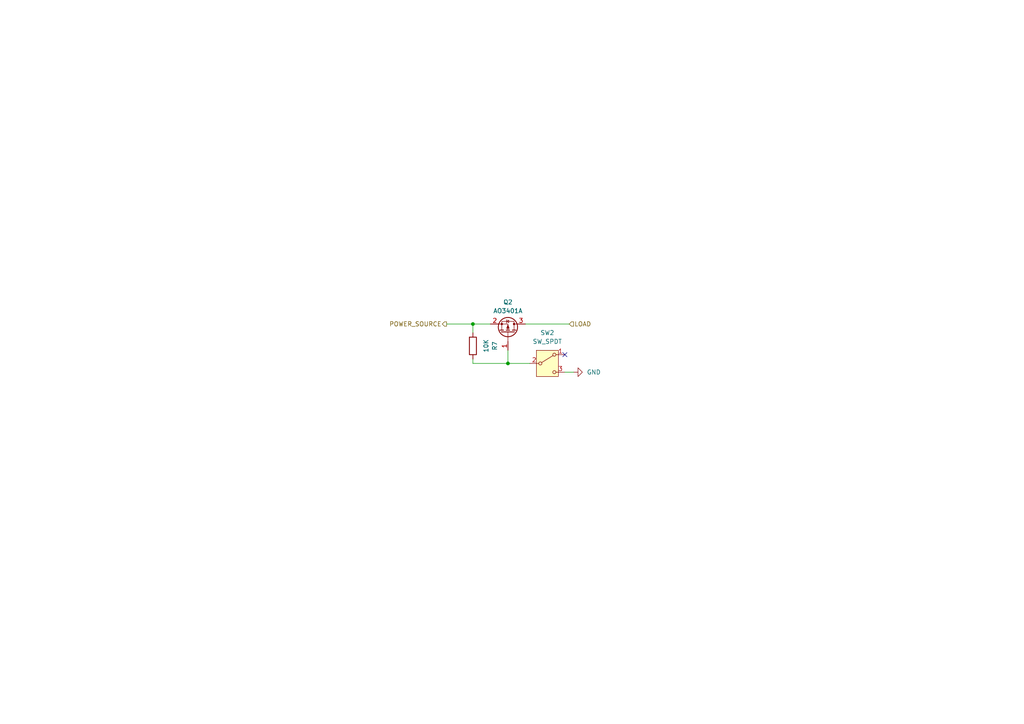
<source format=kicad_sch>
(kicad_sch (version 20231120) (generator "eeschema") (generator_version "8.0")
  (paper "A4")
  (lib_symbols
    (symbol "Device:R" (pin_numbers hide) (pin_names (offset 0))
      (property "Reference" "R" (at 2.032 0 90))
      (property "Value" "R" (at 0 0 90))
      (symbol "R_0_1"
        (rectangle (start -1.016 -2.54) (end 1.016 2.54) (stroke (width 0.254)))
      )
      (symbol "R_1_1"
        (pin passive line (at 0 3.81 270) (length 1.27) (name "~") (number "1"))
        (pin passive line (at 0 -3.81 90) (length 1.27) (name "~") (number "2"))
      )
    )
    (symbol "Switch:SW_SPDT" (pin_names (offset 0) hide)
      (property "Reference" "SW" (at 0 5.08 0))
      (property "Value" "SW_SPDT" (at 0 -5.08 0))
      (symbol "SW_SPDT_0_1"
        (circle (center -2.032 0) (radius 0.4572))
        (polyline (pts (xy -1.651 0.254) (xy 1.651 2.286)))
        (circle (center 2.032 -2.54) (radius 0.4572))
        (circle (center 2.032 2.54) (radius 0.4572))
      )
      (symbol "SW_SPDT_1_1"
        (rectangle (start -3.175 3.81) (end 3.175 -3.81) (fill (type background)))
        (pin passive line (at 5.08 2.54 180) (length 2.54) (name "A") (number "1"))
        (pin passive line (at -5.08 0 0) (length 2.54) (name "B") (number "2"))
        (pin passive line (at 5.08 -2.54 180) (length 2.54) (name "C") (number "3"))
      )
    )
    (symbol "Transistor_FET:AO3401A" (pin_names hide)
      (property "Reference" "Q" (at 5.08 1.905 0))
      (property "Value" "AO3401A" (at 5.08 0 0))
      (symbol "AO3401A_0_1"
        (polyline (pts (xy 0.254 0) (xy -2.54 0)))
        (polyline (pts (xy 0.254 1.905) (xy 0.254 -1.905)) (stroke (width 0.254)))
        (polyline (pts (xy 0.762 -1.27) (xy 0.762 -2.286)) (stroke (width 0.254)))
        (polyline (pts (xy 0.762 0.508) (xy 0.762 -0.508)) (stroke (width 0.254)))
        (polyline (pts (xy 0.762 2.286) (xy 0.762 1.27)) (stroke (width 0.254)))
        (polyline (pts (xy 2.54 2.54) (xy 2.54 1.778)))
        (polyline (pts (xy 2.54 -2.54) (xy 2.54 0) (xy 0.762 0)))
        (polyline (pts (xy 0.762 1.778) (xy 3.302 1.778) (xy 3.302 -1.778) (xy 0.762 -1.778)))
        (polyline (pts (xy 2.286 0) (xy 1.27 0.381) (xy 1.27 -0.381) (xy 2.286 0)) (fill (type outline)))
        (polyline (pts (xy 2.794 -0.508) (xy 2.921 -0.381) (xy 3.683 -0.381) (xy 3.81 -0.254)))
        (polyline (pts (xy 3.302 -0.381) (xy 2.921 0.254) (xy 3.683 0.254) (xy 3.302 -0.381)))
        (circle (center 1.651 0) (radius 2.794) (stroke (width 0.254)))
        (circle (center 2.54 -1.778) (radius 0.254) (fill (type outline)))
        (circle (center 2.54 1.778) (radius 0.254) (fill (type outline)))
      )
      (symbol "AO3401A_1_1"
        (pin input line (at -5.08 0 0) (length 2.54) (name "G") (number "1"))
        (pin passive line (at 2.54 -5.08 90) (length 2.54) (name "S") (number "2"))
        (pin passive line (at 2.54 5.08 270) (length 2.54) (name "D") (number "3"))
      )
    )
    (symbol "power:GND" (power) (pin_numbers hide) (pin_names (offset 0) hide)
      (property "Value" "GND" (at 0 -3.81 0))
      (symbol "GND_0_1"
        (polyline (pts (xy 0 0) (xy 0 -1.27) (xy 1.27 -1.27) (xy 0 -2.54) (xy -1.27 -1.27) (xy 0 -1.27)))
      )
      (symbol "GND_1_1"
        (pin power_in line (at 0 0 270) (length 0) (name "~") (number "1"))
      )
    )
  )
  (junction (at 137.16 93.98))
  (junction (at 147.32 105.41))
  (no_connect (at 163.83 102.87))
  (wire (pts (xy 152.4 93.98) (xy 165.1 93.98)))
  (wire (pts (xy 129.54 93.98) (xy 137.16 93.98)))
  (wire (pts (xy 137.16 104.14) (xy 137.16 105.41)))
  (wire (pts (xy 166.37 107.95) (xy 163.83 107.95)))
  (wire (pts (xy 147.32 105.41) (xy 153.67 105.41)))
  (wire (pts (xy 137.16 93.98) (xy 142.24 93.98)))
  (wire (pts (xy 137.16 105.41) (xy 147.32 105.41)))
  (wire (pts (xy 137.16 96.52) (xy 137.16 93.98)))
  (wire (pts (xy 147.32 105.41) (xy 147.32 101.6)))
  (hierarchical_label "POWER_SOURCE" (shape output) (at 129.54 93.98 180))
  (hierarchical_label "LOAD" (shape input) (at 165.1 93.98 0))
  (symbol (lib_id "Transistor_FET:AO3401A") (at 147.32 96.52 270) (mirror x) (unit 1)
    (property "Reference" "Q2" (at 147.32 87.63 90))
    (property "Value" "AO3401A" (at 147.32 90.17 90))
    (property "Footprint" "Package_TO_SOT_SMD:SOT-23" (effects (hide yes)))
    (property "Datasheet" "http://www.aosmd.com/pdfs/datasheet/AO3401A.pdf" (effects (hide yes)))
    (property "Description" "-4.0A Id, -30V Vds, P-Channel MOSFET, SOT-23" (effects (hide yes)))
    (property "LCSC Part" "C15127" (effects (hide yes)))
    (property "JLCPCB_CORRECTION" "0; 0; 180" (effects (hide yes)))
  )
  (symbol (lib_id "power:GND") (at 166.37 107.95 90) (unit 1)
    (property "Reference" "#PWR02" (effects (hide yes)))
    (property "Value" "GND" (at 170.18 107.9499 90) (effects (justify right)))
    (property "Description" "Power symbol creates a global label with name \"GND\" , ground" (effects (hide yes)))
  )
  (symbol (lib_id "Switch:SW_SPDT") (at 158.75 105.41 0) (unit 1)
    (property "Reference" "SW2" (at 158.75 96.52 0))
    (property "Value" "SW_SPDT" (at 158.75 99.06 0))
    (property "Footprint" "custom:SW-TH_DEALON_SS-12D01-GX_simple" (effects (hide yes)))
    (property "Description" "Switch, single pole double throw" (effects (hide yes)))
    (property "LCSC Part" "C2998803" (effects (hide yes)))
  )
  (symbol (lib_id "Device:R") (at 137.16 100.33 0) (mirror y) (unit 1)
    (property "Reference" "R7" (at 143.51 100.33 90))
    (property "Value" "10K" (at 140.97 100.33 90))
    (property "Footprint" "Resistor_SMD:R_0402_1005Metric" (effects (hide yes)))
    (property "Description" "Resistor" (effects (hide yes)))
    (property "LCSC Part" "C25744" (effects (hide yes)))
  )
)
</source>
